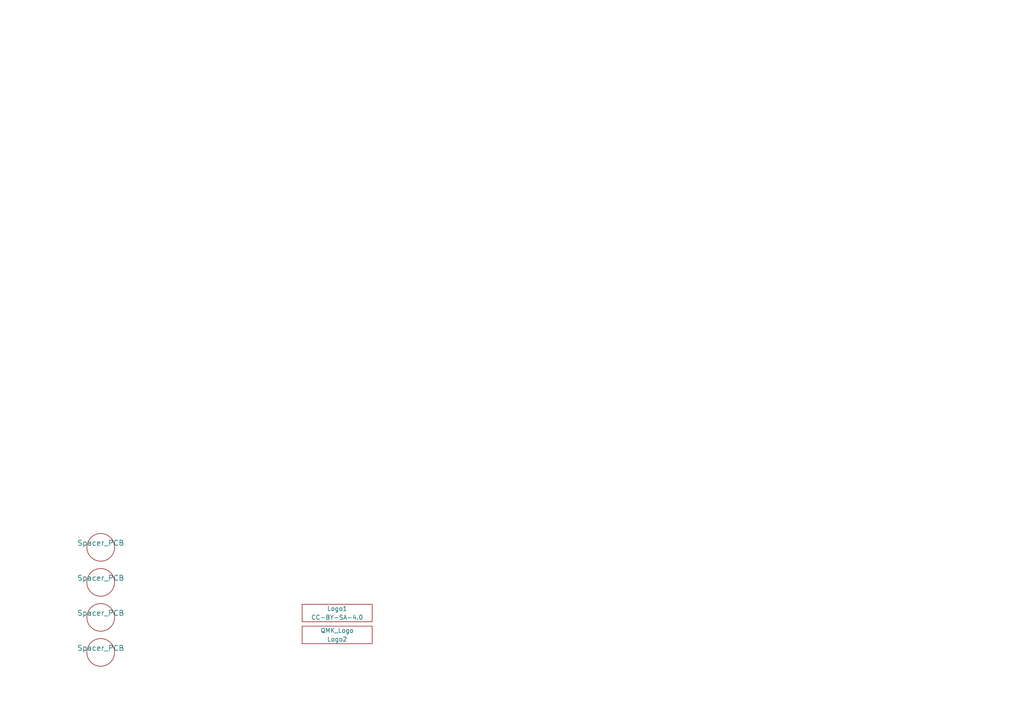
<source format=kicad_sch>
(kicad_sch (version 20211123) (generator eeschema)
  (paper "A4")
  (title_block (title "Little Big Scroll 6 - Rear Plate") (date "2022-09-16") (rev "v1.1.1") (company "Tweety's Wild Thinking") (comment 1 "Markus Knutsson <markus.knutsson@tweety.se>") (comment 2 "https://github.com/TweetyDaBird") (comment 3 "Licensed under Creative Commons BY-SA 4.0 International"))
  (lib_symbols
    (symbol "Keyboard_Plate:Spacer_Plate" (pin_names (offset 1.016))
      (property "Reference" "H1" (at 4.7244 1.3462 0))
      (property "Value" "Spacer_Plate" (at 4.7244 -1.3462 0))
      (symbol "Spacer_Plate_0_1"
        (circle (center 0 0) (radius 4.0132))
      )
    )
    (symbol "Logotypes:CC-BY-SA-4.0" (pin_names (offset 1.016))
      (property "Reference" "Logo" (at 0 1.27 0))
      (property "Value" "CC-BY-SA-4.0" (at 0 -1.27 0))
      (symbol "CC-BY-SA-4.0_0_1"
        (rectangle (start -10.16 2.54) (end 10.16 -2.54))
      )
    )
    (symbol "Logotypes:QMK_Logo" (pin_numbers hide) (pin_names (offset 0) hide) (in_bom no)
      (property "Reference" "Logo" (at 0 0 0))
      (property "Value" "QMK_Logo" (at 0 2.54 0))
      (symbol "QMK_Logo_0_1"
        (rectangle (start -10.16 3.81) (end 10.16 -1.27))
      )
    )
  )
  (symbol (lib_id "Keyboard_Plate:Spacer_Plate") (at 29.21 189.23 0) (unit 1)
    (property "Reference" "H4" (effects hide))
    (property "Value" "Spacer_PCB" (at 29.21 187.96 0) (effects (font (size 1.524 1.524))))
    (property "Footprint" "Keyboard_Plate:Spacer Plate hole" (effects hide))
  )
  (symbol (lib_id "Keyboard_Plate:Spacer_Plate") (at 29.21 168.91 0) (unit 1)
    (property "Reference" "H2" (effects hide))
    (property "Value" "Spacer_PCB" (at 29.21 167.64 0) (effects (font (size 1.524 1.524))))
    (property "Footprint" "Keyboard_Plate:Spacer Plate hole" (effects hide))
  )
  (symbol (lib_id "Keyboard_Plate:Spacer_Plate") (at 29.21 158.75 0) (unit 1)
    (property "Reference" "H1" (effects hide))
    (property "Value" "Spacer_PCB" (at 29.21 157.48 0) (effects (font (size 1.524 1.524))))
    (property "Footprint" "Keyboard_Plate:Spacer Plate hole" (effects hide))
  )
  (symbol (lib_id "Keyboard_Plate:Spacer_Plate") (at 29.21 179.07 0) (unit 1)
    (property "Reference" "H3" (effects hide))
    (property "Value" "Spacer_PCB" (at 29.21 177.8 0) (effects (font (size 1.524 1.524))))
    (property "Footprint" "Keyboard_Plate:Spacer Plate hole" (effects hide))
  )
  (symbol (lib_id "Logotypes:CC-BY-SA-4.0") (at 97.79 177.8 0) (unit 1)
    (property "Reference" "Logo1" (at 97.79 176.53 0))
    (property "Value" "CC-BY-SA-4.0" (at 97.79 179.07 0))
    (property "Footprint" "Logotypes:CC_BY_SA_40" (effects hide))
  )
  (symbol (lib_id "Logotypes:QMK_Logo") (at 97.79 185.42 0) (unit 1) (in_bom no)
    (property "Reference" "Logo2" (at 97.79 185.42 0))
    (property "Value" "QMK_Logo" (at 97.79 182.88 0))
    (property "Footprint" "Logotypes:Powered_by_QMK" (effects hide))
  )
)
</source>
